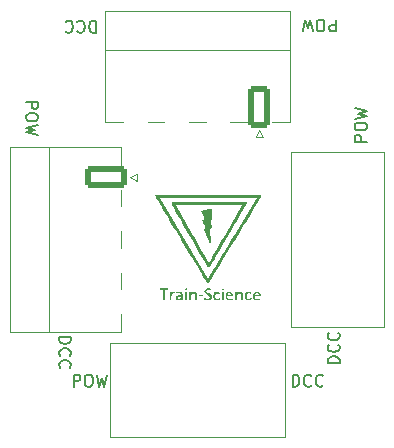
<source format=gbr>
%TF.GenerationSoftware,KiCad,Pcbnew,8.0.2*%
%TF.CreationDate,2024-10-12T15:44:43+02:00*%
%TF.ProjectId,splitX_decoder,73706c69-7458-45f6-9465-636f6465722e,rev?*%
%TF.SameCoordinates,Original*%
%TF.FileFunction,Legend,Top*%
%TF.FilePolarity,Positive*%
%FSLAX46Y46*%
G04 Gerber Fmt 4.6, Leading zero omitted, Abs format (unit mm)*
G04 Created by KiCad (PCBNEW 8.0.2) date 2024-10-12 15:44:43*
%MOMM*%
%LPD*%
G01*
G04 APERTURE LIST*
G04 Aperture macros list*
%AMRoundRect*
0 Rectangle with rounded corners*
0 $1 Rounding radius*
0 $2 $3 $4 $5 $6 $7 $8 $9 X,Y pos of 4 corners*
0 Add a 4 corners polygon primitive as box body*
4,1,4,$2,$3,$4,$5,$6,$7,$8,$9,$2,$3,0*
0 Add four circle primitives for the rounded corners*
1,1,$1+$1,$2,$3*
1,1,$1+$1,$4,$5*
1,1,$1+$1,$6,$7*
1,1,$1+$1,$8,$9*
0 Add four rect primitives between the rounded corners*
20,1,$1+$1,$2,$3,$4,$5,0*
20,1,$1+$1,$4,$5,$6,$7,0*
20,1,$1+$1,$6,$7,$8,$9,0*
20,1,$1+$1,$8,$9,$2,$3,0*%
G04 Aperture macros list end*
%ADD10C,0.150000*%
%ADD11C,0.000000*%
%ADD12C,0.120000*%
%ADD13C,0.100000*%
%ADD14RoundRect,0.250000X-1.550000X0.650000X-1.550000X-0.650000X1.550000X-0.650000X1.550000X0.650000X0*%
%ADD15O,3.600000X1.800000*%
%ADD16C,2.200000*%
%ADD17C,3.200000*%
%ADD18RoundRect,0.250000X0.650000X1.550000X-0.650000X1.550000X-0.650000X-1.550000X0.650000X-1.550000X0*%
%ADD19O,1.800000X3.600000*%
G04 APERTURE END LIST*
D10*
X176457142Y-101130180D02*
X176457142Y-102130180D01*
X176457142Y-102130180D02*
X176076190Y-102130180D01*
X176076190Y-102130180D02*
X175980952Y-102082561D01*
X175980952Y-102082561D02*
X175933333Y-102034942D01*
X175933333Y-102034942D02*
X175885714Y-101939704D01*
X175885714Y-101939704D02*
X175885714Y-101796847D01*
X175885714Y-101796847D02*
X175933333Y-101701609D01*
X175933333Y-101701609D02*
X175980952Y-101653990D01*
X175980952Y-101653990D02*
X176076190Y-101606371D01*
X176076190Y-101606371D02*
X176457142Y-101606371D01*
X175266666Y-102130180D02*
X175076190Y-102130180D01*
X175076190Y-102130180D02*
X174980952Y-102082561D01*
X174980952Y-102082561D02*
X174885714Y-101987323D01*
X174885714Y-101987323D02*
X174838095Y-101796847D01*
X174838095Y-101796847D02*
X174838095Y-101463514D01*
X174838095Y-101463514D02*
X174885714Y-101273038D01*
X174885714Y-101273038D02*
X174980952Y-101177800D01*
X174980952Y-101177800D02*
X175076190Y-101130180D01*
X175076190Y-101130180D02*
X175266666Y-101130180D01*
X175266666Y-101130180D02*
X175361904Y-101177800D01*
X175361904Y-101177800D02*
X175457142Y-101273038D01*
X175457142Y-101273038D02*
X175504761Y-101463514D01*
X175504761Y-101463514D02*
X175504761Y-101796847D01*
X175504761Y-101796847D02*
X175457142Y-101987323D01*
X175457142Y-101987323D02*
X175361904Y-102082561D01*
X175361904Y-102082561D02*
X175266666Y-102130180D01*
X174504761Y-102130180D02*
X174266666Y-101130180D01*
X174266666Y-101130180D02*
X174076190Y-101844466D01*
X174076190Y-101844466D02*
X173885714Y-101130180D01*
X173885714Y-101130180D02*
X173647619Y-102130180D01*
X153038180Y-128024095D02*
X154038180Y-128024095D01*
X154038180Y-128024095D02*
X154038180Y-128262190D01*
X154038180Y-128262190D02*
X153990561Y-128405047D01*
X153990561Y-128405047D02*
X153895323Y-128500285D01*
X153895323Y-128500285D02*
X153800085Y-128547904D01*
X153800085Y-128547904D02*
X153609609Y-128595523D01*
X153609609Y-128595523D02*
X153466752Y-128595523D01*
X153466752Y-128595523D02*
X153276276Y-128547904D01*
X153276276Y-128547904D02*
X153181038Y-128500285D01*
X153181038Y-128500285D02*
X153085800Y-128405047D01*
X153085800Y-128405047D02*
X153038180Y-128262190D01*
X153038180Y-128262190D02*
X153038180Y-128024095D01*
X153133419Y-129595523D02*
X153085800Y-129547904D01*
X153085800Y-129547904D02*
X153038180Y-129405047D01*
X153038180Y-129405047D02*
X153038180Y-129309809D01*
X153038180Y-129309809D02*
X153085800Y-129166952D01*
X153085800Y-129166952D02*
X153181038Y-129071714D01*
X153181038Y-129071714D02*
X153276276Y-129024095D01*
X153276276Y-129024095D02*
X153466752Y-128976476D01*
X153466752Y-128976476D02*
X153609609Y-128976476D01*
X153609609Y-128976476D02*
X153800085Y-129024095D01*
X153800085Y-129024095D02*
X153895323Y-129071714D01*
X153895323Y-129071714D02*
X153990561Y-129166952D01*
X153990561Y-129166952D02*
X154038180Y-129309809D01*
X154038180Y-129309809D02*
X154038180Y-129405047D01*
X154038180Y-129405047D02*
X153990561Y-129547904D01*
X153990561Y-129547904D02*
X153942942Y-129595523D01*
X153133419Y-130595523D02*
X153085800Y-130547904D01*
X153085800Y-130547904D02*
X153038180Y-130405047D01*
X153038180Y-130405047D02*
X153038180Y-130309809D01*
X153038180Y-130309809D02*
X153085800Y-130166952D01*
X153085800Y-130166952D02*
X153181038Y-130071714D01*
X153181038Y-130071714D02*
X153276276Y-130024095D01*
X153276276Y-130024095D02*
X153466752Y-129976476D01*
X153466752Y-129976476D02*
X153609609Y-129976476D01*
X153609609Y-129976476D02*
X153800085Y-130024095D01*
X153800085Y-130024095D02*
X153895323Y-130071714D01*
X153895323Y-130071714D02*
X153990561Y-130166952D01*
X153990561Y-130166952D02*
X154038180Y-130309809D01*
X154038180Y-130309809D02*
X154038180Y-130405047D01*
X154038180Y-130405047D02*
X153990561Y-130547904D01*
X153990561Y-130547904D02*
X153942942Y-130595523D01*
X154260779Y-132203819D02*
X154260779Y-131203819D01*
X154260779Y-131203819D02*
X154641731Y-131203819D01*
X154641731Y-131203819D02*
X154736969Y-131251438D01*
X154736969Y-131251438D02*
X154784588Y-131299057D01*
X154784588Y-131299057D02*
X154832207Y-131394295D01*
X154832207Y-131394295D02*
X154832207Y-131537152D01*
X154832207Y-131537152D02*
X154784588Y-131632390D01*
X154784588Y-131632390D02*
X154736969Y-131680009D01*
X154736969Y-131680009D02*
X154641731Y-131727628D01*
X154641731Y-131727628D02*
X154260779Y-131727628D01*
X155451255Y-131203819D02*
X155641731Y-131203819D01*
X155641731Y-131203819D02*
X155736969Y-131251438D01*
X155736969Y-131251438D02*
X155832207Y-131346676D01*
X155832207Y-131346676D02*
X155879826Y-131537152D01*
X155879826Y-131537152D02*
X155879826Y-131870485D01*
X155879826Y-131870485D02*
X155832207Y-132060961D01*
X155832207Y-132060961D02*
X155736969Y-132156200D01*
X155736969Y-132156200D02*
X155641731Y-132203819D01*
X155641731Y-132203819D02*
X155451255Y-132203819D01*
X155451255Y-132203819D02*
X155356017Y-132156200D01*
X155356017Y-132156200D02*
X155260779Y-132060961D01*
X155260779Y-132060961D02*
X155213160Y-131870485D01*
X155213160Y-131870485D02*
X155213160Y-131537152D01*
X155213160Y-131537152D02*
X155260779Y-131346676D01*
X155260779Y-131346676D02*
X155356017Y-131251438D01*
X155356017Y-131251438D02*
X155451255Y-131203819D01*
X156213160Y-131203819D02*
X156451255Y-132203819D01*
X156451255Y-132203819D02*
X156641731Y-131489533D01*
X156641731Y-131489533D02*
X156832207Y-132203819D01*
X156832207Y-132203819D02*
X157070303Y-131203819D01*
X172802779Y-132203819D02*
X172802779Y-131203819D01*
X172802779Y-131203819D02*
X173040874Y-131203819D01*
X173040874Y-131203819D02*
X173183731Y-131251438D01*
X173183731Y-131251438D02*
X173278969Y-131346676D01*
X173278969Y-131346676D02*
X173326588Y-131441914D01*
X173326588Y-131441914D02*
X173374207Y-131632390D01*
X173374207Y-131632390D02*
X173374207Y-131775247D01*
X173374207Y-131775247D02*
X173326588Y-131965723D01*
X173326588Y-131965723D02*
X173278969Y-132060961D01*
X173278969Y-132060961D02*
X173183731Y-132156200D01*
X173183731Y-132156200D02*
X173040874Y-132203819D01*
X173040874Y-132203819D02*
X172802779Y-132203819D01*
X174374207Y-132108580D02*
X174326588Y-132156200D01*
X174326588Y-132156200D02*
X174183731Y-132203819D01*
X174183731Y-132203819D02*
X174088493Y-132203819D01*
X174088493Y-132203819D02*
X173945636Y-132156200D01*
X173945636Y-132156200D02*
X173850398Y-132060961D01*
X173850398Y-132060961D02*
X173802779Y-131965723D01*
X173802779Y-131965723D02*
X173755160Y-131775247D01*
X173755160Y-131775247D02*
X173755160Y-131632390D01*
X173755160Y-131632390D02*
X173802779Y-131441914D01*
X173802779Y-131441914D02*
X173850398Y-131346676D01*
X173850398Y-131346676D02*
X173945636Y-131251438D01*
X173945636Y-131251438D02*
X174088493Y-131203819D01*
X174088493Y-131203819D02*
X174183731Y-131203819D01*
X174183731Y-131203819D02*
X174326588Y-131251438D01*
X174326588Y-131251438D02*
X174374207Y-131299057D01*
X175374207Y-132108580D02*
X175326588Y-132156200D01*
X175326588Y-132156200D02*
X175183731Y-132203819D01*
X175183731Y-132203819D02*
X175088493Y-132203819D01*
X175088493Y-132203819D02*
X174945636Y-132156200D01*
X174945636Y-132156200D02*
X174850398Y-132060961D01*
X174850398Y-132060961D02*
X174802779Y-131965723D01*
X174802779Y-131965723D02*
X174755160Y-131775247D01*
X174755160Y-131775247D02*
X174755160Y-131632390D01*
X174755160Y-131632390D02*
X174802779Y-131441914D01*
X174802779Y-131441914D02*
X174850398Y-131346676D01*
X174850398Y-131346676D02*
X174945636Y-131251438D01*
X174945636Y-131251438D02*
X175088493Y-131203819D01*
X175088493Y-131203819D02*
X175183731Y-131203819D01*
X175183731Y-131203819D02*
X175326588Y-131251438D01*
X175326588Y-131251438D02*
X175374207Y-131299057D01*
X156161904Y-101230180D02*
X156161904Y-102230180D01*
X156161904Y-102230180D02*
X155923809Y-102230180D01*
X155923809Y-102230180D02*
X155780952Y-102182561D01*
X155780952Y-102182561D02*
X155685714Y-102087323D01*
X155685714Y-102087323D02*
X155638095Y-101992085D01*
X155638095Y-101992085D02*
X155590476Y-101801609D01*
X155590476Y-101801609D02*
X155590476Y-101658752D01*
X155590476Y-101658752D02*
X155638095Y-101468276D01*
X155638095Y-101468276D02*
X155685714Y-101373038D01*
X155685714Y-101373038D02*
X155780952Y-101277800D01*
X155780952Y-101277800D02*
X155923809Y-101230180D01*
X155923809Y-101230180D02*
X156161904Y-101230180D01*
X154590476Y-101325419D02*
X154638095Y-101277800D01*
X154638095Y-101277800D02*
X154780952Y-101230180D01*
X154780952Y-101230180D02*
X154876190Y-101230180D01*
X154876190Y-101230180D02*
X155019047Y-101277800D01*
X155019047Y-101277800D02*
X155114285Y-101373038D01*
X155114285Y-101373038D02*
X155161904Y-101468276D01*
X155161904Y-101468276D02*
X155209523Y-101658752D01*
X155209523Y-101658752D02*
X155209523Y-101801609D01*
X155209523Y-101801609D02*
X155161904Y-101992085D01*
X155161904Y-101992085D02*
X155114285Y-102087323D01*
X155114285Y-102087323D02*
X155019047Y-102182561D01*
X155019047Y-102182561D02*
X154876190Y-102230180D01*
X154876190Y-102230180D02*
X154780952Y-102230180D01*
X154780952Y-102230180D02*
X154638095Y-102182561D01*
X154638095Y-102182561D02*
X154590476Y-102134942D01*
X153590476Y-101325419D02*
X153638095Y-101277800D01*
X153638095Y-101277800D02*
X153780952Y-101230180D01*
X153780952Y-101230180D02*
X153876190Y-101230180D01*
X153876190Y-101230180D02*
X154019047Y-101277800D01*
X154019047Y-101277800D02*
X154114285Y-101373038D01*
X154114285Y-101373038D02*
X154161904Y-101468276D01*
X154161904Y-101468276D02*
X154209523Y-101658752D01*
X154209523Y-101658752D02*
X154209523Y-101801609D01*
X154209523Y-101801609D02*
X154161904Y-101992085D01*
X154161904Y-101992085D02*
X154114285Y-102087323D01*
X154114285Y-102087323D02*
X154019047Y-102182561D01*
X154019047Y-102182561D02*
X153876190Y-102230180D01*
X153876190Y-102230180D02*
X153780952Y-102230180D01*
X153780952Y-102230180D02*
X153638095Y-102182561D01*
X153638095Y-102182561D02*
X153590476Y-102134942D01*
X179066819Y-111466142D02*
X178066819Y-111466142D01*
X178066819Y-111466142D02*
X178066819Y-111085190D01*
X178066819Y-111085190D02*
X178114438Y-110989952D01*
X178114438Y-110989952D02*
X178162057Y-110942333D01*
X178162057Y-110942333D02*
X178257295Y-110894714D01*
X178257295Y-110894714D02*
X178400152Y-110894714D01*
X178400152Y-110894714D02*
X178495390Y-110942333D01*
X178495390Y-110942333D02*
X178543009Y-110989952D01*
X178543009Y-110989952D02*
X178590628Y-111085190D01*
X178590628Y-111085190D02*
X178590628Y-111466142D01*
X178066819Y-110275666D02*
X178066819Y-110085190D01*
X178066819Y-110085190D02*
X178114438Y-109989952D01*
X178114438Y-109989952D02*
X178209676Y-109894714D01*
X178209676Y-109894714D02*
X178400152Y-109847095D01*
X178400152Y-109847095D02*
X178733485Y-109847095D01*
X178733485Y-109847095D02*
X178923961Y-109894714D01*
X178923961Y-109894714D02*
X179019200Y-109989952D01*
X179019200Y-109989952D02*
X179066819Y-110085190D01*
X179066819Y-110085190D02*
X179066819Y-110275666D01*
X179066819Y-110275666D02*
X179019200Y-110370904D01*
X179019200Y-110370904D02*
X178923961Y-110466142D01*
X178923961Y-110466142D02*
X178733485Y-110513761D01*
X178733485Y-110513761D02*
X178400152Y-110513761D01*
X178400152Y-110513761D02*
X178209676Y-110466142D01*
X178209676Y-110466142D02*
X178114438Y-110370904D01*
X178114438Y-110370904D02*
X178066819Y-110275666D01*
X178066819Y-109513761D02*
X179066819Y-109275666D01*
X179066819Y-109275666D02*
X178352533Y-109085190D01*
X178352533Y-109085190D02*
X179066819Y-108894714D01*
X179066819Y-108894714D02*
X178066819Y-108656619D01*
X176780819Y-130219220D02*
X175780819Y-130219220D01*
X175780819Y-130219220D02*
X175780819Y-129981125D01*
X175780819Y-129981125D02*
X175828438Y-129838268D01*
X175828438Y-129838268D02*
X175923676Y-129743030D01*
X175923676Y-129743030D02*
X176018914Y-129695411D01*
X176018914Y-129695411D02*
X176209390Y-129647792D01*
X176209390Y-129647792D02*
X176352247Y-129647792D01*
X176352247Y-129647792D02*
X176542723Y-129695411D01*
X176542723Y-129695411D02*
X176637961Y-129743030D01*
X176637961Y-129743030D02*
X176733200Y-129838268D01*
X176733200Y-129838268D02*
X176780819Y-129981125D01*
X176780819Y-129981125D02*
X176780819Y-130219220D01*
X176685580Y-128647792D02*
X176733200Y-128695411D01*
X176733200Y-128695411D02*
X176780819Y-128838268D01*
X176780819Y-128838268D02*
X176780819Y-128933506D01*
X176780819Y-128933506D02*
X176733200Y-129076363D01*
X176733200Y-129076363D02*
X176637961Y-129171601D01*
X176637961Y-129171601D02*
X176542723Y-129219220D01*
X176542723Y-129219220D02*
X176352247Y-129266839D01*
X176352247Y-129266839D02*
X176209390Y-129266839D01*
X176209390Y-129266839D02*
X176018914Y-129219220D01*
X176018914Y-129219220D02*
X175923676Y-129171601D01*
X175923676Y-129171601D02*
X175828438Y-129076363D01*
X175828438Y-129076363D02*
X175780819Y-128933506D01*
X175780819Y-128933506D02*
X175780819Y-128838268D01*
X175780819Y-128838268D02*
X175828438Y-128695411D01*
X175828438Y-128695411D02*
X175876057Y-128647792D01*
X176685580Y-127647792D02*
X176733200Y-127695411D01*
X176733200Y-127695411D02*
X176780819Y-127838268D01*
X176780819Y-127838268D02*
X176780819Y-127933506D01*
X176780819Y-127933506D02*
X176733200Y-128076363D01*
X176733200Y-128076363D02*
X176637961Y-128171601D01*
X176637961Y-128171601D02*
X176542723Y-128219220D01*
X176542723Y-128219220D02*
X176352247Y-128266839D01*
X176352247Y-128266839D02*
X176209390Y-128266839D01*
X176209390Y-128266839D02*
X176018914Y-128219220D01*
X176018914Y-128219220D02*
X175923676Y-128171601D01*
X175923676Y-128171601D02*
X175828438Y-128076363D01*
X175828438Y-128076363D02*
X175780819Y-127933506D01*
X175780819Y-127933506D02*
X175780819Y-127838268D01*
X175780819Y-127838268D02*
X175828438Y-127695411D01*
X175828438Y-127695411D02*
X175876057Y-127647792D01*
X150244180Y-108116857D02*
X151244180Y-108116857D01*
X151244180Y-108116857D02*
X151244180Y-108497809D01*
X151244180Y-108497809D02*
X151196561Y-108593047D01*
X151196561Y-108593047D02*
X151148942Y-108640666D01*
X151148942Y-108640666D02*
X151053704Y-108688285D01*
X151053704Y-108688285D02*
X150910847Y-108688285D01*
X150910847Y-108688285D02*
X150815609Y-108640666D01*
X150815609Y-108640666D02*
X150767990Y-108593047D01*
X150767990Y-108593047D02*
X150720371Y-108497809D01*
X150720371Y-108497809D02*
X150720371Y-108116857D01*
X151244180Y-109307333D02*
X151244180Y-109497809D01*
X151244180Y-109497809D02*
X151196561Y-109593047D01*
X151196561Y-109593047D02*
X151101323Y-109688285D01*
X151101323Y-109688285D02*
X150910847Y-109735904D01*
X150910847Y-109735904D02*
X150577514Y-109735904D01*
X150577514Y-109735904D02*
X150387038Y-109688285D01*
X150387038Y-109688285D02*
X150291800Y-109593047D01*
X150291800Y-109593047D02*
X150244180Y-109497809D01*
X150244180Y-109497809D02*
X150244180Y-109307333D01*
X150244180Y-109307333D02*
X150291800Y-109212095D01*
X150291800Y-109212095D02*
X150387038Y-109116857D01*
X150387038Y-109116857D02*
X150577514Y-109069238D01*
X150577514Y-109069238D02*
X150910847Y-109069238D01*
X150910847Y-109069238D02*
X151101323Y-109116857D01*
X151101323Y-109116857D02*
X151196561Y-109212095D01*
X151196561Y-109212095D02*
X151244180Y-109307333D01*
X151244180Y-110069238D02*
X150244180Y-110307333D01*
X150244180Y-110307333D02*
X150958466Y-110497809D01*
X150958466Y-110497809D02*
X150244180Y-110688285D01*
X150244180Y-110688285D02*
X151244180Y-110926381D01*
D11*
%TO.C,G\u002A\u002A\u002A*%
G36*
X164555257Y-124175213D02*
G01*
X164628361Y-124223519D01*
X164674865Y-124313150D01*
X164698925Y-124451568D01*
X164704835Y-124615808D01*
X164704170Y-124751722D01*
X164699826Y-124835734D01*
X164688284Y-124880328D01*
X164666024Y-124897987D01*
X164629524Y-124901194D01*
X164624354Y-124901200D01*
X164584277Y-124898415D01*
X164560359Y-124881257D01*
X164548432Y-124836522D01*
X164544326Y-124751007D01*
X164543872Y-124646292D01*
X164541499Y-124518739D01*
X164535219Y-124412366D01*
X164526288Y-124346840D01*
X164524331Y-124340462D01*
X164478275Y-124298444D01*
X164400380Y-124294399D01*
X164310851Y-124328399D01*
X164293494Y-124339654D01*
X164257217Y-124371920D01*
X164235709Y-124416461D01*
X164225230Y-124489262D01*
X164222042Y-124606304D01*
X164221946Y-124645485D01*
X164221073Y-124772664D01*
X164215689Y-124848642D01*
X164201645Y-124886601D01*
X164174791Y-124899724D01*
X164141464Y-124901200D01*
X164060982Y-124901200D01*
X164060982Y-124530985D01*
X164061370Y-124372262D01*
X164064067Y-124266962D01*
X164071379Y-124204124D01*
X164085608Y-124172787D01*
X164109057Y-124161988D01*
X164138781Y-124160769D01*
X164204250Y-124175507D01*
X164231335Y-124201010D01*
X164252832Y-124225107D01*
X164288745Y-124201010D01*
X164347795Y-124174219D01*
X164436952Y-124161050D01*
X164451396Y-124160769D01*
X164555257Y-124175213D01*
G37*
G36*
X165122263Y-124423600D02*
G01*
X165201717Y-124445266D01*
X165244287Y-124484014D01*
X165246155Y-124490744D01*
X165244049Y-124521166D01*
X165214547Y-124538260D01*
X165144649Y-124545672D01*
X165045219Y-124547081D01*
X164926732Y-124543841D01*
X164860621Y-124532353D01*
X164835117Y-124509965D01*
X164833606Y-124499406D01*
X164861597Y-124456919D01*
X164932303Y-124429845D01*
X165025825Y-124418599D01*
X165122263Y-124423600D01*
G37*
G36*
X166946443Y-123888565D02*
G01*
X166970424Y-123920528D01*
X166976537Y-123990248D01*
X166927998Y-124026300D01*
X166873700Y-124031999D01*
X166814454Y-124020959D01*
X166801286Y-123976786D01*
X166803167Y-123959565D01*
X166834438Y-123901361D01*
X166890683Y-123875714D01*
X166946443Y-123888565D01*
G37*
G36*
X163855949Y-123888565D02*
G01*
X163879930Y-123920528D01*
X163886043Y-123990248D01*
X163837503Y-124026300D01*
X163783206Y-124031999D01*
X163723960Y-124020959D01*
X163710792Y-123976786D01*
X163712672Y-123959565D01*
X163743943Y-123901361D01*
X163800189Y-123875714D01*
X163855949Y-123888565D01*
G37*
G36*
X169926957Y-124188419D02*
G01*
X170028411Y-124260669D01*
X170095573Y-124361471D01*
X170113200Y-124448027D01*
X170113200Y-124547081D01*
X169855659Y-124547081D01*
X169727123Y-124548517D01*
X169650069Y-124554892D01*
X169611617Y-124569313D01*
X169598890Y-124594882D01*
X169598118Y-124609167D01*
X169621785Y-124697960D01*
X169694423Y-124750168D01*
X169818491Y-124767072D01*
X169894060Y-124763295D01*
X170002524Y-124756706D01*
X170060375Y-124763300D01*
X170080405Y-124785067D01*
X170081008Y-124792376D01*
X170052527Y-124844331D01*
X169978324Y-124880024D01*
X169875255Y-124898338D01*
X169760174Y-124898154D01*
X169649940Y-124878354D01*
X169561407Y-124837820D01*
X169548457Y-124827705D01*
X169483327Y-124746779D01*
X169450010Y-124633586D01*
X169445957Y-124602890D01*
X169449938Y-124431000D01*
X169465244Y-124392557D01*
X169598118Y-124392557D01*
X169627233Y-124406662D01*
X169702337Y-124416017D01*
X169775178Y-124418311D01*
X169872154Y-124414076D01*
X169936466Y-124403152D01*
X169952237Y-124392557D01*
X169923421Y-124337477D01*
X169849915Y-124299712D01*
X169775178Y-124289540D01*
X169680509Y-124306306D01*
X169615602Y-124349073D01*
X169598118Y-124392557D01*
X169465244Y-124392557D01*
X169502799Y-124298233D01*
X169601587Y-124208192D01*
X169743349Y-124164482D01*
X169808248Y-124160769D01*
X169926957Y-124188419D01*
G37*
G36*
X165985482Y-117124982D02*
G01*
X165993312Y-117162569D01*
X166001207Y-117251829D01*
X166008323Y-117380056D01*
X166013815Y-117534545D01*
X166014494Y-117561178D01*
X166018147Y-117731980D01*
X166018330Y-117850007D01*
X166013420Y-117926841D01*
X166001793Y-117974066D01*
X165981824Y-118003265D01*
X165951889Y-118026021D01*
X165949047Y-118027888D01*
X165912374Y-118059286D01*
X165892846Y-118102271D01*
X165890167Y-118169164D01*
X165904042Y-118272284D01*
X165934173Y-118423954D01*
X165938990Y-118446574D01*
X165969196Y-118595393D01*
X165983081Y-118693527D01*
X165979797Y-118752791D01*
X165958496Y-118784997D01*
X165918328Y-118801961D01*
X165913383Y-118803238D01*
X165828995Y-118824418D01*
X165848104Y-119182771D01*
X165857361Y-119354671D01*
X165866820Y-119527500D01*
X165875114Y-119676403D01*
X165879094Y-119746196D01*
X165882732Y-119906598D01*
X165871399Y-120004388D01*
X165845043Y-120039590D01*
X165803612Y-120012226D01*
X165747053Y-119922317D01*
X165698719Y-119822810D01*
X165640111Y-119693417D01*
X165583181Y-119567386D01*
X165542385Y-119476739D01*
X165499041Y-119380942D01*
X165441276Y-119254375D01*
X165382588Y-119126598D01*
X165324517Y-118987145D01*
X165302138Y-118892132D01*
X165315409Y-118832444D01*
X165364288Y-118798961D01*
X165381043Y-118793882D01*
X165432913Y-118776883D01*
X165445266Y-118768752D01*
X165433024Y-118735185D01*
X165401034Y-118659197D01*
X165356399Y-118556885D01*
X165306222Y-118444347D01*
X165257607Y-118337681D01*
X165217868Y-118253418D01*
X165181083Y-118172076D01*
X165173458Y-118126801D01*
X165194006Y-118096772D01*
X165209835Y-118084407D01*
X165282824Y-118050492D01*
X165322649Y-118044166D01*
X165371620Y-118038074D01*
X165380881Y-118030939D01*
X165368211Y-117996014D01*
X165334863Y-117918260D01*
X165287832Y-117812987D01*
X165234112Y-117695502D01*
X165180696Y-117581113D01*
X165134579Y-117485127D01*
X165104514Y-117426058D01*
X165075404Y-117362893D01*
X165083230Y-117329406D01*
X165114417Y-117309145D01*
X165201670Y-117276223D01*
X165339764Y-117243750D01*
X165461363Y-117221793D01*
X165544502Y-117205490D01*
X165661650Y-117179620D01*
X165762233Y-117155861D01*
X165869416Y-117133055D01*
X165950087Y-117122110D01*
X165985482Y-117124982D01*
G37*
G36*
X167609086Y-124188419D02*
G01*
X167710540Y-124260669D01*
X167777702Y-124361471D01*
X167795330Y-124448027D01*
X167795330Y-124547081D01*
X167537788Y-124547081D01*
X167409253Y-124548517D01*
X167332198Y-124554892D01*
X167293746Y-124569313D01*
X167281020Y-124594882D01*
X167280247Y-124609167D01*
X167303914Y-124697960D01*
X167376552Y-124750168D01*
X167500620Y-124767072D01*
X167576189Y-124763295D01*
X167684653Y-124756706D01*
X167742504Y-124763300D01*
X167762535Y-124785067D01*
X167763137Y-124792376D01*
X167734657Y-124844331D01*
X167660454Y-124880024D01*
X167557384Y-124898338D01*
X167442304Y-124898154D01*
X167332069Y-124878354D01*
X167243536Y-124837820D01*
X167230586Y-124827705D01*
X167165456Y-124746779D01*
X167132139Y-124633586D01*
X167128087Y-124602890D01*
X167132067Y-124431000D01*
X167147373Y-124392557D01*
X167280247Y-124392557D01*
X167309363Y-124406662D01*
X167384466Y-124416017D01*
X167457307Y-124418311D01*
X167554283Y-124414076D01*
X167618595Y-124403152D01*
X167634366Y-124392557D01*
X167605550Y-124337477D01*
X167532044Y-124299712D01*
X167457307Y-124289540D01*
X167362639Y-124306306D01*
X167297731Y-124349073D01*
X167280247Y-124392557D01*
X167147373Y-124392557D01*
X167184928Y-124298233D01*
X167283716Y-124208192D01*
X167425478Y-124164482D01*
X167490377Y-124160769D01*
X167609086Y-124188419D01*
G37*
G36*
X163867826Y-124901200D02*
G01*
X163706863Y-124901200D01*
X163706863Y-124160769D01*
X163867826Y-124160769D01*
X163867826Y-124901200D01*
G37*
G36*
X165815450Y-123886771D02*
G01*
X165898476Y-123931240D01*
X165928154Y-124000335D01*
X165928156Y-124000939D01*
X165905182Y-124051914D01*
X165856334Y-124062789D01*
X165815482Y-124031999D01*
X165767611Y-124006439D01*
X165687637Y-124000888D01*
X165604134Y-124013818D01*
X165545675Y-124043703D01*
X165543126Y-124046550D01*
X165516960Y-124119183D01*
X165554034Y-124196245D01*
X165653456Y-124276443D01*
X165730972Y-124319699D01*
X165871108Y-124405305D01*
X165951714Y-124494193D01*
X165977490Y-124594135D01*
X165958825Y-124696564D01*
X165899082Y-124798535D01*
X165830495Y-124853471D01*
X165716557Y-124889535D01*
X165584005Y-124899193D01*
X165460638Y-124882597D01*
X165388044Y-124851086D01*
X165331370Y-124795052D01*
X165315688Y-124745510D01*
X165340892Y-124718068D01*
X165388929Y-124722064D01*
X165537936Y-124756359D01*
X165659991Y-124765002D01*
X165740829Y-124747264D01*
X165750788Y-124740493D01*
X165796853Y-124668370D01*
X165790341Y-124585595D01*
X165737818Y-124506964D01*
X165645849Y-124447271D01*
X165615917Y-124436566D01*
X165546908Y-124400866D01*
X165465088Y-124339568D01*
X165446905Y-124323264D01*
X165369285Y-124217707D01*
X165349297Y-124110357D01*
X165381375Y-124011715D01*
X165459950Y-123932279D01*
X165579455Y-123882551D01*
X165686711Y-123871036D01*
X165815450Y-123886771D01*
G37*
G36*
X162065368Y-123871660D02*
G01*
X162175278Y-123874709D01*
X162242082Y-123881945D01*
X162276418Y-123895129D01*
X162288924Y-123916024D01*
X162290387Y-123935421D01*
X162280908Y-123975657D01*
X162241549Y-123994683D01*
X162155927Y-123999782D01*
X162145520Y-123999806D01*
X162000653Y-123999806D01*
X162000653Y-124901200D01*
X161839690Y-124901200D01*
X161839690Y-124003334D01*
X161687064Y-123993522D01*
X161586474Y-123980408D01*
X161536077Y-123954105D01*
X161523740Y-123927373D01*
X161524601Y-123903588D01*
X161544665Y-123887589D01*
X161594099Y-123877863D01*
X161683072Y-123872892D01*
X161821750Y-123871161D01*
X161901714Y-123871036D01*
X162065368Y-123871660D01*
G37*
G36*
X166958321Y-124901200D02*
G01*
X166797357Y-124901200D01*
X166797357Y-124160769D01*
X166958321Y-124160769D01*
X166958321Y-124901200D01*
G37*
G36*
X162527940Y-124172174D02*
G01*
X162547928Y-124194095D01*
X162567634Y-124210977D01*
X162610197Y-124194095D01*
X162702524Y-124162196D01*
X162782033Y-124164074D01*
X162830621Y-124197259D01*
X162837662Y-124225155D01*
X162822127Y-124272633D01*
X162764717Y-124289013D01*
X162742909Y-124289540D01*
X162654830Y-124307752D01*
X162595305Y-124366818D01*
X162560900Y-124473385D01*
X162548180Y-124634100D01*
X162547928Y-124666919D01*
X162546849Y-124787488D01*
X162540462Y-124857440D01*
X162524037Y-124890539D01*
X162492846Y-124900549D01*
X162467446Y-124901200D01*
X162386965Y-124901200D01*
X162386965Y-124160769D01*
X162467446Y-124160769D01*
X162527940Y-124172174D01*
G37*
G36*
X166519156Y-124177371D02*
G01*
X166606115Y-124220368D01*
X166655801Y-124279548D01*
X166657188Y-124337197D01*
X166635905Y-124375981D01*
X166605209Y-124366557D01*
X166576851Y-124342211D01*
X166487511Y-124297500D01*
X166385954Y-124296442D01*
X166301548Y-124339260D01*
X166300671Y-124340129D01*
X166264974Y-124411454D01*
X166250171Y-124521249D01*
X166250082Y-124530985D01*
X166262932Y-124642813D01*
X166297192Y-124718116D01*
X166300671Y-124721841D01*
X166384649Y-124765246D01*
X166486171Y-124764772D01*
X166575868Y-124720642D01*
X166576851Y-124719759D01*
X166622126Y-124685129D01*
X166645558Y-124697932D01*
X166657188Y-124724773D01*
X166652633Y-124790108D01*
X166597679Y-124847764D01*
X166506275Y-124887981D01*
X166405003Y-124901200D01*
X166299940Y-124887144D01*
X166213534Y-124835169D01*
X166179446Y-124803323D01*
X166125280Y-124743957D01*
X166097770Y-124689703D01*
X166090287Y-124617215D01*
X166095798Y-124508733D01*
X166126249Y-124346108D01*
X166191936Y-124236042D01*
X166295567Y-124175527D01*
X166409274Y-124160769D01*
X166519156Y-124177371D01*
G37*
G36*
X169191146Y-124177371D02*
G01*
X169278105Y-124220368D01*
X169327791Y-124279548D01*
X169329178Y-124337197D01*
X169307895Y-124375981D01*
X169277199Y-124366557D01*
X169248841Y-124342211D01*
X169159501Y-124297500D01*
X169057943Y-124296442D01*
X168973538Y-124339260D01*
X168972661Y-124340129D01*
X168936357Y-124413078D01*
X168922495Y-124517878D01*
X168931074Y-124626032D01*
X168962095Y-124709043D01*
X168972661Y-124721841D01*
X169056639Y-124765246D01*
X169158161Y-124764772D01*
X169247857Y-124720642D01*
X169248841Y-124719759D01*
X169294116Y-124685129D01*
X169317547Y-124697932D01*
X169329178Y-124724773D01*
X169324623Y-124790108D01*
X169269669Y-124847764D01*
X169178265Y-124887981D01*
X169076993Y-124901200D01*
X168971930Y-124887144D01*
X168885524Y-124835169D01*
X168851435Y-124803323D01*
X168797270Y-124743957D01*
X168769760Y-124689703D01*
X168762277Y-124617215D01*
X168767787Y-124508733D01*
X168798239Y-124346108D01*
X168863926Y-124236042D01*
X168967557Y-124175527D01*
X169081264Y-124160769D01*
X169191146Y-124177371D01*
G37*
G36*
X168450567Y-124175213D02*
G01*
X168523671Y-124223519D01*
X168570175Y-124313150D01*
X168594236Y-124451568D01*
X168600146Y-124615808D01*
X168599480Y-124751722D01*
X168595137Y-124835734D01*
X168583595Y-124880328D01*
X168561334Y-124897987D01*
X168524834Y-124901194D01*
X168519664Y-124901200D01*
X168479587Y-124898415D01*
X168455670Y-124881257D01*
X168443742Y-124836522D01*
X168439637Y-124751007D01*
X168439183Y-124646292D01*
X168436810Y-124518739D01*
X168430530Y-124412366D01*
X168421599Y-124346840D01*
X168419642Y-124340462D01*
X168373586Y-124298444D01*
X168295690Y-124294399D01*
X168206162Y-124328399D01*
X168188804Y-124339654D01*
X168152528Y-124371920D01*
X168131019Y-124416461D01*
X168120541Y-124489262D01*
X168117352Y-124606304D01*
X168117256Y-124645485D01*
X168116383Y-124772664D01*
X168110999Y-124848642D01*
X168096955Y-124886601D01*
X168070101Y-124899724D01*
X168036774Y-124901200D01*
X167956293Y-124901200D01*
X167956293Y-124530985D01*
X167956680Y-124372262D01*
X167959378Y-124266962D01*
X167966689Y-124204124D01*
X167980918Y-124172787D01*
X168004368Y-124161988D01*
X168034092Y-124160769D01*
X168099561Y-124175507D01*
X168126646Y-124201010D01*
X168148142Y-124225107D01*
X168184056Y-124201010D01*
X168243105Y-124174219D01*
X168332263Y-124161050D01*
X168346707Y-124160769D01*
X168450567Y-124175213D01*
G37*
G36*
X163329680Y-124168768D02*
G01*
X163408475Y-124199130D01*
X163459703Y-124261404D01*
X163489811Y-124365138D01*
X163505250Y-124519881D01*
X163508561Y-124592661D01*
X163519512Y-124889149D01*
X163280680Y-124894021D01*
X163123945Y-124890821D01*
X163019663Y-124872617D01*
X162971948Y-124849932D01*
X162917003Y-124776657D01*
X162903200Y-124680537D01*
X162908421Y-124664434D01*
X163071629Y-124664434D01*
X163073822Y-124721977D01*
X163117789Y-124758887D01*
X163193413Y-124771708D01*
X163272093Y-124759034D01*
X163314113Y-124733799D01*
X163347337Y-124670033D01*
X163352744Y-124633009D01*
X163343887Y-124593273D01*
X163305601Y-124581870D01*
X163234800Y-124589989D01*
X163123387Y-124619669D01*
X163071629Y-124664434D01*
X162908421Y-124664434D01*
X162932590Y-124589887D01*
X162951422Y-124566690D01*
X163020085Y-124523608D01*
X163123947Y-124483717D01*
X163234152Y-124456723D01*
X163296407Y-124450683D01*
X163344270Y-124428832D01*
X163345829Y-124371663D01*
X163323221Y-124324951D01*
X163286550Y-124298964D01*
X163212753Y-124291689D01*
X163114462Y-124298480D01*
X163008069Y-124305973D01*
X162952254Y-124299184D01*
X162934425Y-124276278D01*
X162934240Y-124272250D01*
X162964277Y-124216209D01*
X163049367Y-124178257D01*
X163181977Y-124161364D01*
X163216868Y-124160769D01*
X163329680Y-124168768D01*
G37*
G36*
X163557764Y-115956284D02*
G01*
X164010229Y-115956786D01*
X164517674Y-115957537D01*
X165083282Y-115958499D01*
X165679856Y-115959579D01*
X170129297Y-115967740D01*
X170137412Y-116048222D01*
X170127766Y-116078908D01*
X170095546Y-116145528D01*
X170039831Y-116249643D01*
X169959701Y-116392813D01*
X169854236Y-116576600D01*
X169722517Y-116802564D01*
X169563623Y-117072265D01*
X169376634Y-117387265D01*
X169160631Y-117749125D01*
X168914692Y-118159404D01*
X168637899Y-118619665D01*
X168329331Y-119131468D01*
X167988068Y-119696373D01*
X167945681Y-119766473D01*
X167627208Y-120292951D01*
X167340234Y-120766951D01*
X167083069Y-121191170D01*
X166854028Y-121568302D01*
X166651421Y-121901044D01*
X166473561Y-122192091D01*
X166318761Y-122444141D01*
X166185332Y-122659888D01*
X166071586Y-122842029D01*
X165975836Y-122993259D01*
X165896394Y-123116274D01*
X165831573Y-123213771D01*
X165779683Y-123288444D01*
X165739038Y-123342991D01*
X165707950Y-123380107D01*
X165684730Y-123402488D01*
X165667692Y-123412830D01*
X165661952Y-123414234D01*
X165578763Y-123400194D01*
X165530146Y-123349849D01*
X165507953Y-123313521D01*
X165454652Y-123225298D01*
X165372242Y-123088508D01*
X165262720Y-122906476D01*
X165128086Y-122682531D01*
X164970338Y-122420000D01*
X164791473Y-122122208D01*
X164593491Y-121792484D01*
X164378389Y-121434155D01*
X164148166Y-121050547D01*
X163904819Y-120644988D01*
X163650348Y-120220804D01*
X163386751Y-119781324D01*
X163323192Y-119675344D01*
X163005870Y-119145996D01*
X162720307Y-118669106D01*
X162464965Y-118242024D01*
X162238308Y-117862103D01*
X162038796Y-117526693D01*
X161864893Y-117233146D01*
X161715060Y-116978812D01*
X161587761Y-116761043D01*
X161481456Y-116577190D01*
X161394609Y-116424603D01*
X161325681Y-116300634D01*
X161285279Y-116225282D01*
X161556376Y-116225282D01*
X165654120Y-123055058D01*
X165927957Y-122602549D01*
X165982331Y-122512669D01*
X166067405Y-122372010D01*
X166180566Y-122184887D01*
X166319205Y-121955620D01*
X166480710Y-121688527D01*
X166662470Y-121387926D01*
X166861875Y-121058135D01*
X167076313Y-120703472D01*
X167303173Y-120328256D01*
X167539844Y-119936804D01*
X167783716Y-119533436D01*
X167992763Y-119187660D01*
X169783733Y-116225282D01*
X167727174Y-116216997D01*
X167283356Y-116215532D01*
X166790870Y-116214474D01*
X166265432Y-116213824D01*
X165722759Y-116213581D01*
X165178567Y-116213746D01*
X164648572Y-116214318D01*
X164148490Y-116215298D01*
X163694038Y-116216685D01*
X163613495Y-116216997D01*
X161556376Y-116225282D01*
X161285279Y-116225282D01*
X161273136Y-116202635D01*
X161235434Y-116127955D01*
X161211039Y-116073947D01*
X161198412Y-116037961D01*
X161196016Y-116017349D01*
X161197288Y-116013317D01*
X161203125Y-116004638D01*
X161212995Y-115996819D01*
X161230082Y-115989821D01*
X161257570Y-115983608D01*
X161298643Y-115978140D01*
X161356486Y-115973379D01*
X161434283Y-115969288D01*
X161535218Y-115965828D01*
X161662475Y-115962961D01*
X161819238Y-115960648D01*
X162008692Y-115958852D01*
X162234020Y-115957534D01*
X162498408Y-115956657D01*
X162805038Y-115956182D01*
X163157095Y-115956070D01*
X163557764Y-115956284D01*
G37*
G36*
X168914239Y-116692075D02*
G01*
X168904077Y-116726948D01*
X168869748Y-116801125D01*
X168810339Y-116916220D01*
X168724941Y-117073845D01*
X168612641Y-117275610D01*
X168472526Y-117523128D01*
X168303687Y-117818011D01*
X168105211Y-118161872D01*
X167876187Y-118556321D01*
X167615703Y-119002970D01*
X167366778Y-119428450D01*
X167103647Y-119877404D01*
X166870907Y-120273857D01*
X166666610Y-120620982D01*
X166488807Y-120921953D01*
X166335550Y-121179942D01*
X166204891Y-121398124D01*
X166094881Y-121579670D01*
X166003572Y-121727755D01*
X165929014Y-121845552D01*
X165869261Y-121936233D01*
X165822362Y-122002973D01*
X165786371Y-122048943D01*
X165759337Y-122077318D01*
X165739314Y-122091271D01*
X165730031Y-122094019D01*
X165656172Y-122086333D01*
X165616717Y-122061827D01*
X165596233Y-122028458D01*
X165545809Y-121943294D01*
X165467738Y-121810274D01*
X165364312Y-121633339D01*
X165237827Y-121416428D01*
X165090574Y-121163482D01*
X164924847Y-120878441D01*
X164742940Y-120565244D01*
X164547145Y-120227831D01*
X164339757Y-119870143D01*
X164123068Y-119496120D01*
X164074561Y-119412354D01*
X163791618Y-118922962D01*
X163540629Y-118487245D01*
X163320657Y-118103524D01*
X163130766Y-117770123D01*
X162970019Y-117485366D01*
X162837480Y-117247575D01*
X162732213Y-117055073D01*
X162653281Y-116906184D01*
X162634736Y-116869134D01*
X162903943Y-116869134D01*
X164307197Y-119293175D01*
X164517024Y-119655056D01*
X164717778Y-120000162D01*
X164907115Y-120324526D01*
X165082692Y-120624185D01*
X165242164Y-120895174D01*
X165383186Y-121133530D01*
X165503414Y-121335287D01*
X165600504Y-121496481D01*
X165672111Y-121613149D01*
X165715891Y-121681326D01*
X165729449Y-121698218D01*
X165748203Y-121668197D01*
X165797076Y-121586637D01*
X165873687Y-121457577D01*
X165975658Y-121285061D01*
X166100609Y-121073130D01*
X166246161Y-120825826D01*
X166409935Y-120547190D01*
X166589552Y-120241265D01*
X166782632Y-119912092D01*
X166986797Y-119563713D01*
X167156346Y-119274177D01*
X168564247Y-116869134D01*
X167149623Y-116860751D01*
X166777110Y-116859016D01*
X166359153Y-116857879D01*
X165914691Y-116857341D01*
X165462663Y-116857402D01*
X165022008Y-116858062D01*
X164611666Y-116859322D01*
X164319471Y-116860751D01*
X162903943Y-116869134D01*
X162634736Y-116869134D01*
X162599747Y-116799231D01*
X162570675Y-116732537D01*
X162564360Y-116708171D01*
X162564024Y-116611593D01*
X168905976Y-116611593D01*
X168914239Y-116692075D01*
G37*
D12*
%TO.C,J101*%
X148890000Y-111940000D02*
X148890000Y-127560000D01*
X148890000Y-127560000D02*
X158310000Y-127560000D01*
X152200000Y-111940000D02*
X152200000Y-127560000D01*
X158310000Y-111940000D02*
X148890000Y-111940000D01*
X158310000Y-111940000D02*
X158310000Y-113450000D01*
X158310000Y-115550000D02*
X158310000Y-116950000D01*
X158310000Y-119050000D02*
X158310000Y-120450000D01*
X158310000Y-122550000D02*
X158310000Y-123950000D01*
X158310000Y-127560000D02*
X158310000Y-126050000D01*
X159000000Y-114500000D02*
X159600000Y-114200000D01*
X159600000Y-114200000D02*
X159600000Y-114800000D01*
X159600000Y-114800000D02*
X159000000Y-114500000D01*
D13*
%TO.C,J103*%
X157350000Y-128550000D02*
X157350000Y-136450000D01*
X157350000Y-128550000D02*
X172150000Y-128550000D01*
X172150000Y-128550000D02*
X172150000Y-136450000D01*
X172150000Y-136450000D02*
X157350000Y-136450000D01*
%TO.C,J104*%
X172650000Y-112350000D02*
X180550000Y-112350000D01*
X172650000Y-127150000D02*
X172650000Y-112350000D01*
X172650000Y-127150000D02*
X180550000Y-127150000D01*
X180550000Y-112350000D02*
X180550000Y-127150000D01*
D12*
%TO.C,J102*%
X156940000Y-100390000D02*
X156940000Y-109810000D01*
X156940000Y-109810000D02*
X158450000Y-109810000D01*
X161950000Y-109810000D02*
X160550000Y-109810000D01*
X165450000Y-109810000D02*
X164050000Y-109810000D01*
X168950000Y-109810000D02*
X167550000Y-109810000D01*
X169700000Y-111100000D02*
X170000000Y-110500000D01*
X170000000Y-110500000D02*
X170300000Y-111100000D01*
X170300000Y-111100000D02*
X169700000Y-111100000D01*
X172560000Y-100390000D02*
X156940000Y-100390000D01*
X172560000Y-103700000D02*
X156940000Y-103700000D01*
X172560000Y-109810000D02*
X171050000Y-109810000D01*
X172560000Y-109810000D02*
X172560000Y-100390000D01*
%TD*%
%LPC*%
D14*
%TO.C,J101*%
X157000000Y-114500000D03*
D15*
X157000000Y-118000000D03*
X157000000Y-121500000D03*
X157000000Y-125000000D03*
%TD*%
D16*
%TO.C,J103*%
X159500000Y-130400000D03*
X159500000Y-132900000D03*
X163000000Y-130400000D03*
X163000000Y-132900000D03*
X166500000Y-130400000D03*
X166500000Y-132900000D03*
X170000000Y-130400000D03*
X170000000Y-132900000D03*
%TD*%
%TO.C,J104*%
X174500000Y-125000000D03*
X177000000Y-125000000D03*
X174500000Y-121500000D03*
X177000000Y-121500000D03*
X174500000Y-118000000D03*
X177000000Y-118000000D03*
X174500000Y-114500000D03*
X177000000Y-114500000D03*
%TD*%
D17*
%TO.C,REF\u002A\u002A*%
X152500000Y-104000000D03*
%TD*%
%TO.C,REF\u002A\u002A*%
X177000000Y-104000000D03*
%TD*%
D18*
%TO.C,J102*%
X170000000Y-108500000D03*
D19*
X166500000Y-108500000D03*
X163000000Y-108500000D03*
X159500000Y-108500000D03*
%TD*%
%LPD*%
M02*

</source>
